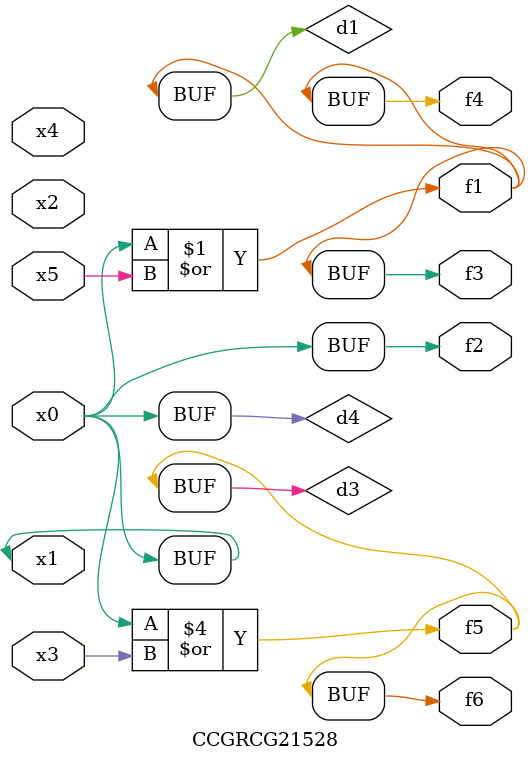
<source format=v>
module CCGRCG21528(
	input x0, x1, x2, x3, x4, x5,
	output f1, f2, f3, f4, f5, f6
);

	wire d1, d2, d3, d4;

	or (d1, x0, x5);
	xnor (d2, x1, x4);
	or (d3, x0, x3);
	buf (d4, x0, x1);
	assign f1 = d1;
	assign f2 = d4;
	assign f3 = d1;
	assign f4 = d1;
	assign f5 = d3;
	assign f6 = d3;
endmodule

</source>
